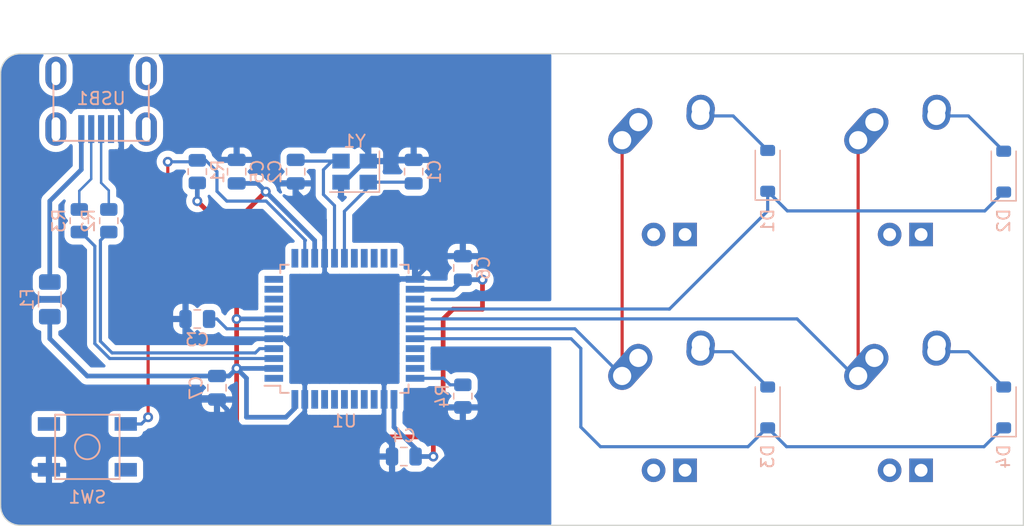
<source format=kicad_pcb>
(kicad_pcb (version 20221018) (generator pcbnew)
  (layers (0 "F.Cu" signal) (31 "B.Cu" signal) (34 "B.Paste" user) (35 "F.Paste" user) (36 "B.SilkS" user "B.Silkscreen") (37 "F.SilkS" user "F.Silkscreen") (38 "B.Mask" user) (39 "F.Mask" user) (44 "Edge.Cuts" user))
  (net 0 "")
  (net 1 "Net-(U1-XTAL1)")
  (net 2 "GND")
  (net 3 "Net-(U1-XTAL2)")
  (net 4 "Net-(U1-UCAP)")
  (net 5 "+5V")
  (net 6 "Net-(D1-A)")
  (net 7 "Net-(D2-A)")
  (net 8 "Net-(D3-A)")
  (net 9 "Net-(D4-A)")
  (net 10 "VCC")
  (net 11 "COL0")
  (net 12 "COL1")
  (net 13 "Net-(U1-~{RESET})")
  (net 14 "Net-(U1-D+)")
  (net 15 "Net-(U1-D-)")
  (net 16 "Net-(U1-~{HWB}{slash}PE2)")
  (net 41 "D+")
  (net 42 "D-")
  (net 43 "ROW0")
  (net 44 "ROW1")
  (footprint "MX_Alps_Hybrid:MX-1U" (layer "F.Cu") (at 111.91875 57.15)
    (fp_text reference "MX1")
    (fp_text value "MX-NoLED")
    (pad "" np_thru_hole circle (at -5.08 0 48.0996) (size 1.75 1.75) (drill 1.75) (layers "*.Cu" "*.Mask"))
    (pad "" np_thru_hole circle (at 0 0) (size 3.9878 3.9878) (drill 3.9878) (layers "*.Cu" "*.Mask"))
    (pad "" np_thru_hole circle (at 5.08 0 48.0996) (size 1.75 1.75) (drill 1.75) (layers "*.Cu" "*.Mask"))
    (pad "1" thru_hole oval (at -3.81 -2.54 48.0996) (size 4.211556 2.25) (drill 1.47 (offset 0.980778 0)) (layers "*.Cu" "B.Mask") (net 11 "COL0"))
    (pad "1" thru_hole circle (at -2.5 -4) (size 2.25 2.25) (drill 1.47) (layers "*.Cu" "B.Mask") (net 11 "COL0"))
    (pad "2" thru_hole oval (at 2.5 -4.5 86.0548) (size 2.831378 2.25) (drill 1.47 (offset 0.290689 0)) (layers "*.Cu" "B.Mask") (net 6 "Net-(D1-A)"))
    (pad "2" thru_hole circle (at 2.54 -5.08) (size 2.25 2.25) (drill 1.47) (layers "*.Cu" "B.Mask") (net 6 "Net-(D1-A)"))
    (pad "3" thru_hole circle (at -1.27 5.08) (size 1.905 1.905) (drill 1.04) (layers "*.Cu" "B.Mask"))
    (pad "4" thru_hole rect (at 1.27 5.08) (size 1.905 1.905) (drill 1.04) (layers "*.Cu" "B.Mask"))
  )
  (footprint "MX_Alps_Hybrid:MX-1U" (layer "F.Cu") (at 111.91875 76.2)
    (fp_text reference "MX3")
    (fp_text value "MX-NoLED")
    (pad "" np_thru_hole circle (at -5.08 0 48.0996) (size 1.75 1.75) (drill 1.75) (layers "*.Cu" "*.Mask"))
    (pad "" np_thru_hole circle (at 0 0) (size 3.9878 3.9878) (drill 3.9878) (layers "*.Cu" "*.Mask"))
    (pad "" np_thru_hole circle (at 5.08 0 48.0996) (size 1.75 1.75) (drill 1.75) (layers "*.Cu" "*.Mask"))
    (pad "1" thru_hole oval (at -3.81 -2.54 48.0996) (size 4.211556 2.25) (drill 1.47 (offset 0.980778 0)) (layers "*.Cu" "B.Mask") (net 11 "COL0"))
    (pad "1" thru_hole circle (at -2.5 -4) (size 2.25 2.25) (drill 1.47) (layers "*.Cu" "B.Mask") (net 11 "COL0"))
    (pad "2" thru_hole oval (at 2.5 -4.5 86.0548) (size 2.831378 2.25) (drill 1.47 (offset 0.290689 0)) (layers "*.Cu" "B.Mask") (net 8 "Net-(D3-A)"))
    (pad "2" thru_hole circle (at 2.54 -5.08) (size 2.25 2.25) (drill 1.47) (layers "*.Cu" "B.Mask") (net 8 "Net-(D3-A)"))
    (pad "3" thru_hole circle (at -1.27 5.08) (size 1.905 1.905) (drill 1.04) (layers "*.Cu" "B.Mask"))
    (pad "4" thru_hole rect (at 1.27 5.08) (size 1.905 1.905) (drill 1.04) (layers "*.Cu" "B.Mask"))
  )
  (footprint "MX_Alps_Hybrid:MX-1U" (layer "F.Cu") (at 130.96875 57.15)
    (fp_text reference "MX2")
    (fp_text value "MX-NoLED")
    (pad "" np_thru_hole circle (at -5.08 0 48.0996) (size 1.75 1.75) (drill 1.75) (layers "*.Cu" "*.Mask"))
    (pad "" np_thru_hole circle (at 0 0) (size 3.9878 3.9878) (drill 3.9878) (layers "*.Cu" "*.Mask"))
    (pad "" np_thru_hole circle (at 5.08 0 48.0996) (size 1.75 1.75) (drill 1.75) (layers "*.Cu" "*.Mask"))
    (pad "1" thru_hole oval (at -3.81 -2.54 48.0996) (size 4.211556 2.25) (drill 1.47 (offset 0.980778 0)) (layers "*.Cu" "B.Mask") (net 12 "COL1"))
    (pad "1" thru_hole circle (at -2.5 -4) (size 2.25 2.25) (drill 1.47) (layers "*.Cu" "B.Mask") (net 12 "COL1"))
    (pad "2" thru_hole oval (at 2.5 -4.5 86.0548) (size 2.831378 2.25) (drill 1.47 (offset 0.290689 0)) (layers "*.Cu" "B.Mask") (net 7 "Net-(D2-A)"))
    (pad "2" thru_hole circle (at 2.54 -5.08) (size 2.25 2.25) (drill 1.47) (layers "*.Cu" "B.Mask") (net 7 "Net-(D2-A)"))
    (pad "3" thru_hole circle (at -1.27 5.08) (size 1.905 1.905) (drill 1.04) (layers "*.Cu" "B.Mask"))
    (pad "4" thru_hole rect (at 1.27 5.08) (size 1.905 1.905) (drill 1.04) (layers "*.Cu" "B.Mask"))
  )
  (footprint "MX_Alps_Hybrid:MX-1U" (layer "F.Cu") (at 130.96875 76.2)
    (fp_text reference "MX4")
    (fp_text value "MX-NoLED")
    (pad "" np_thru_hole circle (at -5.08 0 48.0996) (size 1.75 1.75) (drill 1.75) (layers "*.Cu" "*.Mask"))
    (pad "" np_thru_hole circle (at 0 0) (size 3.9878 3.9878) (drill 3.9878) (layers "*.Cu" "*.Mask"))
    (pad "" np_thru_hole circle (at 5.08 0 48.0996) (size 1.75 1.75) (drill 1.75) (layers "*.Cu" "*.Mask"))
    (pad "1" thru_hole oval (at -3.81 -2.54 48.0996) (size 4.211556 2.25) (drill 1.47 (offset 0.980778 0)) (layers "*.Cu" "B.Mask") (net 12 "COL1"))
    (pad "1" thru_hole circle (at -2.5 -4) (size 2.25 2.25) (drill 1.47) (layers "*.Cu" "B.Mask") (net 12 "COL1"))
    (pad "2" thru_hole oval (at 2.5 -4.5 86.0548) (size 2.831378 2.25) (drill 1.47 (offset 0.290689 0)) (layers "*.Cu" "B.Mask") (net 9 "Net-(D4-A)"))
    (pad "2" thru_hole circle (at 2.54 -5.08) (size 2.25 2.25) (drill 1.47) (layers "*.Cu" "B.Mask") (net 9 "Net-(D4-A)"))
    (pad "3" thru_hole circle (at -1.27 5.08) (size 1.905 1.905) (drill 1.04) (layers "*.Cu" "B.Mask"))
    (pad "4" thru_hole rect (at 1.27 5.08) (size 1.905 1.905) (drill 1.04) (layers "*.Cu" "B.Mask"))
  )
  (footprint "Package_QFP:TQFP-44_10x10mm_P0.8mm" (layer "B.Cu") (at 85.69375 69.85)
    (fp_text reference "U1" (at 0 7.45) (layer "B.SilkS") (effects (justify mirror)))
    (fp_text value "ATmega32U4-A")
    (fp_line (start -5.175 -5.175) (end -5.175 -4.5) (stroke (width 0.15)) (layer "B.SilkS"))
    (fp_line (start -5.175 -5.175) (end -4.5 -5.175) (stroke (width 0.15)) (layer "B.SilkS"))
    (fp_line (start -5.175 4.6) (end -6.45 4.6) (stroke (width 0.15)) (layer "B.SilkS"))
    (fp_line (start -5.175 5.175) (end -5.175 4.6) (stroke (width 0.15)) (layer "B.SilkS"))
    (fp_line (start -5.175 5.175) (end -4.5 5.175) (stroke (width 0.15)) (layer "B.SilkS"))
    (fp_line (start 5.175 -5.175) (end 4.5 -5.175) (stroke (width 0.15)) (layer "B.SilkS"))
    (fp_line (start 5.175 -5.175) (end 5.175 -4.5) (stroke (width 0.15)) (layer "B.SilkS"))
    (fp_line (start 5.175 5.175) (end 4.5 5.175) (stroke (width 0.15)) (layer "B.SilkS"))
    (fp_line (start 5.175 5.175) (end 5.175 4.5) (stroke (width 0.15)) (layer "B.SilkS"))
    (pad "1" smd rect (at -5.7 4) (size 1.5 0.55) (layers "B.Cu" "B.Paste" "B.Mask"))
    (pad "2" smd rect (at -5.7 3.2) (size 1.5 0.55) (layers "B.Cu" "B.Paste" "B.Mask") (net 5 "+5V"))
    (pad "3" smd rect (at -5.7 2.4) (size 1.5 0.55) (layers "B.Cu" "B.Paste" "B.Mask") (net 15 "Net-(U1-D-)"))
    (pad "4" smd rect (at -5.7 1.6) (size 1.5 0.55) (layers "B.Cu" "B.Paste" "B.Mask") (net 14 "Net-(U1-D+)"))
    (pad "5" smd rect (at -5.7 0.8) (size 1.5 0.55) (layers "B.Cu" "B.Paste" "B.Mask") (net 2 "GND"))
    (pad "6" smd rect (at -5.7 0) (size 1.5 0.55) (layers "B.Cu" "B.Paste" "B.Mask") (net 4 "Net-(U1-UCAP)"))
    (pad "7" smd rect (at -5.7 -0.8) (size 1.5 0.55) (layers "B.Cu" "B.Paste" "B.Mask") (net 5 "+5V"))
    (pad "8" smd rect (at -5.7 -1.6) (size 1.5 0.55) (layers "B.Cu" "B.Paste" "B.Mask"))
    (pad "9" smd rect (at -5.7 -2.4) (size 1.5 0.55) (layers "B.Cu" "B.Paste" "B.Mask"))
    (pad "10" smd rect (at -5.7 -3.2) (size 1.5 0.55) (layers "B.Cu" "B.Paste" "B.Mask"))
    (pad "11" smd rect (at -5.7 -4) (size 1.5 0.55) (layers "B.Cu" "B.Paste" "B.Mask"))
    (pad "12" smd rect (at -4 -5.7 270) (size 1.5 0.55) (layers "B.Cu" "B.Paste" "B.Mask"))
    (pad "13" smd rect (at -3.2 -5.7 270) (size 1.5 0.55) (layers "B.Cu" "B.Paste" "B.Mask") (net 13 "Net-(U1-~{RESET})"))
    (pad "14" smd rect (at -2.4 -5.7 270) (size 1.5 0.55) (layers "B.Cu" "B.Paste" "B.Mask") (net 5 "+5V"))
    (pad "15" smd rect (at -1.6 -5.7 270) (size 1.5 0.55) (layers "B.Cu" "B.Paste" "B.Mask") (net 2 "GND"))
    (pad "16" smd rect (at -0.8 -5.7 270) (size 1.5 0.55) (layers "B.Cu" "B.Paste" "B.Mask") (net 3 "Net-(U1-XTAL2)"))
    (pad "17" smd rect (at 0 -5.7 270) (size 1.5 0.55) (layers "B.Cu" "B.Paste" "B.Mask") (net 1 "Net-(U1-XTAL1)"))
    (pad "18" smd rect (at 0.8 -5.7 270) (size 1.5 0.55) (layers "B.Cu" "B.Paste" "B.Mask"))
    (pad "19" smd rect (at 1.6 -5.7 270) (size 1.5 0.55) (layers "B.Cu" "B.Paste" "B.Mask"))
    (pad "20" smd rect (at 2.4 -5.7 270) (size 1.5 0.55) (layers "B.Cu" "B.Paste" "B.Mask"))
    (pad "21" smd rect (at 3.2 -5.7 270) (size 1.5 0.55) (layers "B.Cu" "B.Paste" "B.Mask"))
    (pad "22" smd rect (at 4 -5.7 270) (size 1.5 0.55) (layers "B.Cu" "B.Paste" "B.Mask"))
    (pad "23" smd rect (at 5.7 -4) (size 1.5 0.55) (layers "B.Cu" "B.Paste" "B.Mask") (net 2 "GND"))
    (pad "24" smd rect (at 5.7 -3.2) (size 1.5 0.55) (layers "B.Cu" "B.Paste" "B.Mask") (net 5 "+5V"))
    (pad "25" smd rect (at 5.7 -2.4) (size 1.5 0.55) (layers "B.Cu" "B.Paste" "B.Mask"))
    (pad "26" smd rect (at 5.7 -1.6) (size 1.5 0.55) (layers "B.Cu" "B.Paste" "B.Mask") (net 43 "ROW0"))
    (pad "27" smd rect (at 5.7 -0.8) (size 1.5 0.55) (layers "B.Cu" "B.Paste" "B.Mask") (net 12 "COL1"))
    (pad "28" smd rect (at 5.7 0) (size 1.5 0.55) (layers "B.Cu" "B.Paste" "B.Mask") (net 11 "COL0"))
    (pad "29" smd rect (at 5.7 0.8) (size 1.5 0.55) (layers "B.Cu" "B.Paste" "B.Mask") (net 44 "ROW1"))
    (pad "30" smd rect (at 5.7 1.6) (size 1.5 0.55) (layers "B.Cu" "B.Paste" "B.Mask"))
    (pad "31" smd rect (at 5.7 2.4) (size 1.5 0.55) (layers "B.Cu" "B.Paste" "B.Mask"))
    (pad "32" smd rect (at 5.7 3.2) (size 1.5 0.55) (layers "B.Cu" "B.Paste" "B.Mask"))
    (pad "33" smd rect (at 5.7 4) (size 1.5 0.55) (layers "B.Cu" "B.Paste" "B.Mask") (net 16 "Net-(U1-~{HWB}{slash}PE2)"))
    (pad "34" smd rect (at 4 5.7 270) (size 1.5 0.55) (layers "B.Cu" "B.Paste" "B.Mask") (net 5 "+5V"))
    (pad "35" smd rect (at 3.2 5.7 270) (size 1.5 0.55) (layers "B.Cu" "B.Paste" "B.Mask") (net 2 "GND"))
    (pad "36" smd rect (at 2.4 5.7 270) (size 1.5 0.55) (layers "B.Cu" "B.Paste" "B.Mask"))
    (pad "37" smd rect (at 1.6 5.7 270) (size 1.5 0.55) (layers "B.Cu" "B.Paste" "B.Mask"))
    (pad "38" smd rect (at 0.8 5.7 270) (size 1.5 0.55) (layers "B.Cu" "B.Paste" "B.Mask"))
    (pad "39" smd rect (at 0 5.7 270) (size 1.5 0.55) (layers "B.Cu" "B.Paste" "B.Mask"))
    (pad "40" smd rect (at -0.8 5.7 270) (size 1.5 0.55) (layers "B.Cu" "B.Paste" "B.Mask"))
    (pad "41" smd rect (at -1.6 5.7 270) (size 1.5 0.55) (layers "B.Cu" "B.Paste" "B.Mask"))
    (pad "42" smd rect (at -2.4 5.7 270) (size 1.5 0.55) (layers "B.Cu" "B.Paste" "B.Mask"))
    (pad "43" smd rect (at -3.2 5.7 270) (size 1.5 0.55) (layers "B.Cu" "B.Paste" "B.Mask") (net 2 "GND"))
    (pad "44" smd rect (at -4 5.7 270) (size 1.5 0.55) (layers "B.Cu" "B.Paste" "B.Mask") (net 5 "+5V"))
  )
  (footprint "random-keyboard-parts:SKQG-1155865" (layer "B.Cu") (at 64.94375 79.3875 180)
    (fp_text reference "SW1" (at 0 -4.064) (layer "B.SilkS") (effects (justify mirror)))
    (fp_text value "SW_Push")
    (fp_line (start -2.6 -2.6) (end -2.6 2.6) (stroke (width 0.15)) (layer "B.SilkS"))
    (fp_line (start -2.6 2.6) (end 2.6 2.6) (stroke (width 0.15)) (layer "B.SilkS"))
    (fp_line (start 2.6 -2.6) (end -2.6 -2.6) (stroke (width 0.15)) (layer "B.SilkS"))
    (fp_line (start 2.6 2.6) (end 2.6 -2.6) (stroke (width 0.15)) (layer "B.SilkS"))
    (fp_circle (center 0 0) (end 1 0) (stroke (width 0.15)) (fill none) (layer "B.SilkS"))
    (pad "1" smd rect (at 3.1 -1.85 180) (size 1.8 1.1) (layers "B.Cu" "B.Paste" "B.Mask") (net 2 "GND"))
    (pad "2" smd rect (at -3.1 1.85 180) (size 1.8 1.1) (layers "B.Cu" "B.Paste" "B.Mask") (net 13 "Net-(U1-~{RESET})"))
    (pad "3" smd rect (at 3.1 1.85 180) (size 1.8 1.1) (layers "B.Cu" "B.Paste" "B.Mask"))
    (pad "4" smd rect (at -3.1 -1.85 180) (size 1.8 1.1) (layers "B.Cu" "B.Paste" "B.Mask"))
  )
  (footprint "Diode_SMD:D_SOD-123" (layer "B.Cu") (at 138.90625 76.2 90)
    (fp_text reference "D4" (at -3.96875 0 90) (layer "B.SilkS") (effects (justify mirror)))
    (fp_text value "SOD-123")
    (fp_line (start -2.36 -1) (end 1.65 -1) (stroke (width 0.12)) (layer "B.SilkS"))
    (fp_line (start -2.36 1) (end -2.36 -1) (stroke (width 0.12)) (layer "B.SilkS"))
    (fp_line (start -2.36 1) (end 1.65 1) (stroke (width 0.12)) (layer "B.SilkS"))
    (pad "1" smd roundrect (at -1.65 0 90) (size 0.9 1.2) (layers "B.Cu" "B.Paste" "B.Mask") (net 44 "ROW1"))
    (pad "2" smd roundrect (at 1.65 0 90) (size 0.9 1.2) (layers "B.Cu" "B.Paste" "B.Mask") (net 9 "Net-(D4-A)"))
  )
  (footprint "Capacitor_SMD:C_0805_2012Metric" (layer "B.Cu") (at 95.25 64.93125 90)
    (fp_text reference "C6" (at 0 1.68 90) (layer "B.SilkS") (effects (justify mirror)))
    (fp_text value "0.1uF")
    (fp_line (start -0.261252 -0.735) (end 0.261252 -0.735) (stroke (width 0.12)) (layer "B.SilkS"))
    (fp_line (start -0.261252 0.735) (end 0.261252 0.735) (stroke (width 0.12)) (layer "B.SilkS"))
    (pad "1" smd roundrect (at -0.95 0 90) (size 1 1.45) (layers "B.Cu" "B.Paste" "B.Mask") (net 5 "+5V"))
    (pad "2" smd roundrect (at 0.95 0 90) (size 1 1.45) (layers "B.Cu" "B.Paste" "B.Mask") (net 2 "GND"))
  )
  (footprint "Resistor_SMD:R_0805_2012Metric" (layer "B.Cu") (at 73.81875 57.15 90)
    (fp_text reference "R1" (at 0 1.65 -270) (layer "B.SilkS") (effects (justify mirror)))
    (fp_text value "10k")
    (fp_line (start -0.227064 -0.735) (end 0.227064 -0.735) (stroke (width 0.12)) (layer "B.SilkS"))
    (fp_line (start -0.227064 0.735) (end 0.227064 0.735) (stroke (width 0.12)) (layer "B.SilkS"))
    (pad "1" smd roundrect (at -0.9125 0 90) (size 1.025 1.4) (layers "B.Cu" "B.Paste" "B.Mask") (roundrect_rratio 0.243902) (net 5 "+5V"))
    (pad "2" smd roundrect (at 0.9125 0 90) (size 1.025 1.4) (layers "B.Cu" "B.Paste" "B.Mask") (roundrect_rratio 0.243902) (net 13 "Net-(U1-~{RESET})"))
  )
  (footprint "Diode_SMD:D_SOD-123" (layer "B.Cu") (at 119.85625 76.2 90)
    (fp_text reference "D3" (at -3.96875 0 90) (layer "B.SilkS") (effects (justify mirror)))
    (fp_text value "SOD-123")
    (fp_line (start -2.36 -1) (end 1.65 -1) (stroke (width 0.12)) (layer "B.SilkS"))
    (fp_line (start -2.36 1) (end -2.36 -1) (stroke (width 0.12)) (layer "B.SilkS"))
    (fp_line (start -2.36 1) (end 1.65 1) (stroke (width 0.12)) (layer "B.SilkS"))
    (pad "1" smd roundrect (at -1.65 0 90) (size 0.9 1.2) (layers "B.Cu" "B.Paste" "B.Mask") (net 44 "ROW1"))
    (pad "2" smd roundrect (at 1.65 0 90) (size 0.9 1.2) (layers "B.Cu" "B.Paste" "B.Mask") (net 8 "Net-(D3-A)"))
  )
  (footprint "Diode_SMD:D_SOD-123" (layer "B.Cu") (at 138.90625 57.15 90)
    (fp_text reference "D2" (at -3.96875 0 90) (layer "B.SilkS") (effects (justify mirror)))
    (fp_text value "SOD-123")
    (fp_line (start -2.36 -1) (end 1.65 -1) (stroke (width 0.12)) (layer "B.SilkS"))
    (fp_line (start -2.36 1) (end -2.36 -1) (stroke (width 0.12)) (layer "B.SilkS"))
    (fp_line (start -2.36 1) (end 1.65 1) (stroke (width 0.12)) (layer "B.SilkS"))
    (pad "1" smd roundrect (at -1.65 0 90) (size 0.9 1.2) (layers "B.Cu" "B.Paste" "B.Mask") (net 43 "ROW0"))
    (pad "2" smd roundrect (at 1.65 0 90) (size 0.9 1.2) (layers "B.Cu" "B.Paste" "B.Mask") (net 7 "Net-(D2-A)"))
  )
  (footprint "Resistor_SMD:R_0805_2012Metric" (layer "B.Cu") (at 95.25 75.2875 -90)
    (fp_text reference "R4" (at 0 1.65 90) (layer "B.SilkS") (effects (justify mirror)))
    (fp_text value "10k")
    (fp_line (start -0.227064 -0.735) (end 0.227064 -0.735) (stroke (width 0.12)) (layer "B.SilkS"))
    (fp_line (start -0.227064 0.735) (end 0.227064 0.735) (stroke (width 0.12)) (layer "B.SilkS"))
    (pad "1" smd roundrect (at -0.9125 0 270) (size 1.025 1.4) (layers "B.Cu" "B.Paste" "B.Mask") (roundrect_rratio 0.243902) (net 16 "Net-(U1-~{HWB}{slash}PE2)"))
    (pad "2" smd roundrect (at 0.9125 0 270) (size 1.025 1.4) (layers "B.Cu" "B.Paste" "B.Mask") (roundrect_rratio 0.243902) (net 2 "GND"))
  )
  (footprint "Resistor_SMD:R_0805_2012Metric" (layer "B.Cu") (at 66.675 61.11875 -90)
    (fp_text reference "R2" (at 0 1.65 90) (layer "B.SilkS") (effects (justify mirror)))
    (fp_text value "22")
    (fp_line (start -0.227064 -0.735) (end 0.227064 -0.735) (stroke (width 0.12)) (layer "B.SilkS"))
    (fp_line (start -0.227064 0.735) (end 0.227064 0.735) (stroke (width 0.12)) (layer "B.SilkS"))
    (pad "1" smd roundrect (at -0.9125 0 270) (size 1.025 1.4) (layers "B.Cu" "B.Paste" "B.Mask") (roundrect_rratio 0.243902) (net 41 "D+"))
    (pad "2" smd roundrect (at 0.9125 0 270) (size 1.025 1.4) (layers "B.Cu" "B.Paste" "B.Mask") (roundrect_rratio 0.243902) (net 14 "Net-(U1-D+)"))
  )
  (footprint "Crystal:Crystal_SMD_3225-4Pin_3.2x2.5mm" (layer "B.Cu") (at 86.51875 57.15 180)
    (fp_text reference "Y1" (at 0 2.45) (layer "B.SilkS") (effects (justify mirror)))
    (fp_text value "16MHz")
    (fp_line (start -2 -1.65) (end 2 -1.65) (stroke (width 0.12)) (layer "B.SilkS"))
    (fp_line (start -2 1.65) (end -2 -1.65) (stroke (width 0.12)) (layer "B.SilkS"))
    (pad "1" smd rect (at -1.1 -0.85 180) (size 1.4 1.2) (layers "B.Cu" "B.Paste" "B.Mask") (net 1 "Net-(U1-XTAL1)"))
    (pad "2" smd rect (at 1.1 -0.85 180) (size 1.4 1.2) (layers "B.Cu" "B.Paste" "B.Mask") (net 2 "GND"))
    (pad "3" smd rect (at 1.1 0.85 180) (size 1.4 1.2) (layers "B.Cu" "B.Paste" "B.Mask") (net 3 "Net-(U1-XTAL2)"))
    (pad "4" smd rect (at -1.1 0.85 180) (size 1.4 1.2) (layers "B.Cu" "B.Paste" "B.Mask") (net 2 "GND"))
  )
  (footprint "Capacitor_SMD:C_0805_2012Metric" (layer "B.Cu") (at 76.99375 57.15 90)
    (fp_text reference "C5" (at 0 1.68 90) (layer "B.SilkS") (effects (justify mirror)))
    (fp_text value "0.1uF")
    (fp_line (start -0.261252 -0.735) (end 0.261252 -0.735) (stroke (width 0.12)) (layer "B.SilkS"))
    (fp_line (start -0.261252 0.735) (end 0.261252 0.735) (stroke (width 0.12)) (layer "B.SilkS"))
    (pad "1" smd roundrect (at -0.95 0 90) (size 1 1.45) (layers "B.Cu" "B.Paste" "B.Mask") (net 5 "+5V"))
    (pad "2" smd roundrect (at 0.95 0 90) (size 1 1.45) (layers "B.Cu" "B.Paste" "B.Mask") (net 2 "GND"))
  )
  (footprint "Capacitor_SMD:C_0805_2012Metric" (layer "B.Cu") (at 73.81875 69.05625)
    (fp_text reference "C3" (at 0 1.68) (layer "B.SilkS") (effects (justify mirror)))
    (fp_text value "1uF")
    (fp_line (start -0.261252 -0.735) (end 0.261252 -0.735) (stroke (width 0.12)) (layer "B.SilkS"))
    (fp_line (start -0.261252 0.735) (end 0.261252 0.735) (stroke (width 0.12)) (layer "B.SilkS"))
    (pad "1" smd roundrect (at -0.95 0) (size 1 1.45) (layers "B.Cu" "B.Paste" "B.Mask") (net 2 "GND"))
    (pad "2" smd roundrect (at 0.95 0) (size 1 1.45) (layers "B.Cu" "B.Paste" "B.Mask") (net 4 "Net-(U1-UCAP)"))
  )
  (footprint "Diode_SMD:D_SOD-123" (layer "B.Cu") (at 119.85625 57.0875 90)
    (fp_text reference "D1" (at -4.03125 0 90) (layer "B.SilkS") (effects (justify mirror)))
    (fp_text value "SOD-123")
    (fp_line (start -2.36 -1) (end 1.65 -1) (stroke (width 0.12)) (layer "B.SilkS"))
    (fp_line (start -2.36 1) (end -2.36 -1) (stroke (width 0.12)) (layer "B.SilkS"))
    (fp_line (start -2.36 1) (end 1.65 1) (stroke (width 0.12)) (layer "B.SilkS"))
    (pad "1" smd roundrect (at -1.65 0 90) (size 0.9 1.2) (layers "B.Cu" "B.Paste" "B.Mask") (net 43 "ROW0"))
    (pad "2" smd roundrect (at 1.65 0 90) (size 0.9 1.2) (layers "B.Cu" "B.Paste" "B.Mask") (net 6 "Net-(D1-A)"))
  )
  (footprint "Fuse:Fuse_1206_3216Metric" (layer "B.Cu") (at 61.9125 67.46875 -90)
    (fp_text reference "F1" (at 0 1.82 90) (layer "B.SilkS") (effects (justify mirror)))
    (fp_text value "500mA")
    (fp_line (start -0.602064 -0.91) (end 0.602064 -0.91) (stroke (width 0.12)) (layer "B.SilkS"))
    (fp_line (start -0.602064 0.91) (end 0.602064 0.91) (stroke (width 0.12)) (layer "B.SilkS"))
    (pad "1" smd roundrect (at -1.4 0 270) (size 1.25 1.75) (layers "B.Cu" "B.Paste" "B.Mask") (roundrect_rratio 0.2) (net 10 "VCC"))
    (pad "2" smd roundrect (at 1.4 0 270) (size 1.25 1.75) (layers "B.Cu" "B.Paste" "B.Mask") (roundrect_rratio 0.2) (net 5 "+5V"))
  )
  (footprint "Capacitor_SMD:C_0805_2012Metric" (layer "B.Cu") (at 90.4875 80.16875 180)
    (fp_text reference "C4" (at 0 1.68) (layer "B.SilkS") (effects (justify mirror)))
    (fp_text value "0.1uF")
    (fp_line (start -0.261252 -0.735) (end 0.261252 -0.735) (stroke (width 0.12)) (layer "B.SilkS"))
    (fp_line (start -0.261252 0.735) (end 0.261252 0.735) (stroke (width 0.12)) (layer "B.SilkS"))
    (pad "1" smd roundrect (at -0.95 0 180) (size 1 1.45) (layers "B.Cu" "B.Paste" "B.Mask") (net 5 "+5V"))
    (pad "2" smd roundrect (at 0.95 0 180) (size 1 1.45) (layers "B.Cu" "B.Paste" "B.Mask") (net 2 "GND"))
  )
  (footprint "Capacitor_SMD:C_0805_2012Metric" (layer "B.Cu") (at 81.75625 57.15 -90)
    (fp_text reference "C2" (at 0 1.68 90) (layer "B.SilkS") (effects (justify mirror)))
    (fp_text value "22pF")
    (fp_line (start -0.261252 -0.735) (end 0.261252 -0.735) (stroke (width 0.12)) (layer "B.SilkS"))
    (fp_line (start -0.261252 0.735) (end 0.261252 0.735) (stroke (width 0.12)) (layer "B.SilkS"))
    (pad "1" smd roundrect (at -0.95 0 270) (size 1 1.45) (layers "B.Cu" "B.Paste" "B.Mask") (net 3 "Net-(U1-XTAL2)"))
    (pad "2" smd roundrect (at 0.95 0 270) (size 1 1.45) (layers "B.Cu" "B.Paste" "B.Mask") (net 2 "GND"))
  )
  (footprint "Resistor_SMD:R_0805_2012Metric" (layer "B.Cu") (at 64.29375 61.11875 -90)
    (fp_text reference "R3" (at 0 1.65 90) (layer "B.SilkS") (effects (justify mirror)))
    (fp_text value "22")
    (fp_line (start -0.227064 -0.735) (end 0.227064 -0.735) (stroke (width 0.12)) (layer "B.SilkS"))
    (fp_line (start -0.227064 0.735) (end 0.227064 0.735) (stroke (width 0.12)) (layer "B.SilkS"))
    (pad "1" smd roundrect (at -0.9125 0 270) (size 1.025 1.4) (layers "B.Cu" "B.Paste" "B.Mask") (roundrect_rratio 0.243902) (net 42 "D-"))
    (pad "2" smd roundrect (at 0.9125 0 270) (size 1.025 1.4) (layers "B.Cu" "B.Paste" "B.Mask") (roundrect_rratio 0.243902) (net 15 "Net-(U1-D-)"))
  )
  (footprint "Capacitor_SMD:C_0805_2012Metric" (layer "B.Cu") (at 75.40625 74.6125 -90)
    (fp_text reference "C7" (at 0 1.68 90) (layer "B.SilkS") (effects (justify mirror)))
    (fp_text value "10uF")
    (fp_line (start -0.261252 -0.735) (end 0.261252 -0.735) (stroke (width 0.12)) (layer "B.SilkS"))
    (fp_line (start -0.261252 0.735) (end 0.261252 0.735) (stroke (width 0.12)) (layer "B.SilkS"))
    (pad "1" smd roundrect (at -0.95 0 270) (size 1 1.45) (layers "B.Cu" "B.Paste" "B.Mask") (net 5 "+5V"))
    (pad "2" smd roundrect (at 0.95 0 270) (size 1 1.45) (layers "B.Cu" "B.Paste" "B.Mask") (net 2 "GND"))
  )
  (footprint "Capacitor_SMD:C_0805_2012Metric" (layer "B.Cu") (at 91.28125 57.15 90)
    (fp_text reference "C1" (at 0 1.68 90) (layer "B.SilkS") (effects (justify mirror)))
    (fp_text value "22pF")
    (fp_line (start -0.261252 -0.735) (end 0.261252 -0.735) (stroke (width 0.12)) (layer "B.SilkS"))
    (fp_line (start -0.261252 0.735) (end 0.261252 0.735) (stroke (width 0.12)) (layer "B.SilkS"))
    (pad "1" smd roundrect (at -0.95 0 90) (size 1 1.45) (layers "B.Cu" "B.Paste" "B.Mask") (net 1 "Net-(U1-XTAL1)"))
    (pad "2" smd roundrect (at 0.95 0 90) (size 1 1.45) (layers "B.Cu" "B.Paste" "B.Mask") (net 2 "GND"))
  )
  (footprint "random-keyboard-parts:Molex-0548190589" (layer "B.Cu") (at 66.05625 49.2125 -90)
    (fp_text reference "USB1" (at 2.032 0 -360) (layer "B.SilkS") (effects (justify mirror)))
    (fp_text value "Molex-0548190589")
    (fp_line (start 0 -3.85) (end 5.45 -3.85) (stroke (width 0.15)) (layer "B.SilkS"))
    (fp_line (start 0 3.85) (end 5.45 3.85) (stroke (width 0.15)) (layer "B.SilkS"))
    (fp_line (start 5.45 3.85) (end 5.45 -3.85) (stroke (width 0.15)) (layer "B.SilkS"))
    (pad "1" smd rect (at 4.5 -1.6 270) (size 2.25 0.5) (layers "B.Cu" "B.Paste" "B.Mask") (net 2 "GND"))
    (pad "2" smd rect (at 4.5 -0.8 270) (size 2.25 0.5) (layers "B.Cu" "B.Paste" "B.Mask"))
    (pad "3" smd rect (at 4.5 0 270) (size 2.25 0.5) (layers "B.Cu" "B.Paste" "B.Mask") (net 41 "D+"))
    (pad "4" smd rect (at 4.5 0.8 270) (size 2.25 0.5) (layers "B.Cu" "B.Paste" "B.Mask") (net 42 "D-"))
    (pad "5" smd rect (at 4.5 1.6 270) (size 2.25 0.5) (layers "B.Cu" "B.Paste" "B.Mask") (net 10 "VCC"))
    (pad "6" thru_hole oval (at 0 -3.65 270) (size 2.7 1.7) (drill oval 1.9 0.7) (layers "*.Cu" "*.Mask"))
    (pad "6" thru_hole oval (at 0 3.65 270) (size 2.7 1.7) (drill oval 1.9 0.7) (layers "*.Cu" "*.Mask"))
    (pad "6" thru_hole oval (at 4.5 -3.65 270) (size 2.7 1.7) (drill oval 1.9 0.7) (layers "*.Cu" "*.Mask"))
    (pad "6" thru_hole oval (at 4.5 3.65 270) (size 2.7 1.7) (drill oval 1.9 0.7) (layers "*.Cu" "*.Mask"))
  )
  (gr_line (start 140.49375 47.625) (end 59.53125 47.625) (stroke (width 0.1)) (layer "Edge.Cuts"))
  (gr_arc (start 59.53125 85.725) (mid 58.408718 85.260032) (end 57.94375 84.1375) (stroke (width 0.1)) (layer "Edge.Cuts"))
  (gr_line (start 140.49375 85.725) (end 140.49375 47.625) (stroke (width 0.1)) (layer "Edge.Cuts"))
  (gr_arc (start 57.94375 49.2125) (mid 58.408718 48.089968) (end 59.53125 47.625) (stroke (width 0.1)) (layer "Edge.Cuts"))
  (gr_line (start 140.49375 85.725) (end 59.53125 85.725) (stroke (width 0.1)) (layer "Edge.Cuts"))
  (gr_line (start 57.94375 49.2125) (end 57.94375 84.1375) (stroke (width 0.1)) (layer "Edge.Cuts"))
  (segment (start 85.69375 60.35625) (end 85.69375 64.15) (width 0.254) (layer "B.Cu") (net 1))
  (segment (start 91.18125 58) (end 91.28125 58.1) (width 0.254) (layer "B.Cu") (net 1))
  (segment (start 87.61875 58) (end 91.18125 58) (width 0.254) (layer "B.Cu") (net 1))
  (segment (start 87.61875 58) (end 87.61875 58.43125) (width 0.254) (layer "B.Cu") (net 1))
  (segment (start 87.61875 58.43125) (end 85.69375 60.35625) (width 0.254) (layer "B.Cu") (net 1))
  (segment (start 67.65625 53.7125) (end 67.65625 58.13125) (width 0.381) (layer "B.Cu") (net 2))
  (segment (start 88.9 73.81875) (end 88.89375 73.825) (width 0.381) (layer "B.Cu") (net 2))
  (segment (start 89.5375 79.21875) (end 88.89375 78.575) (width 0.381) (layer "B.Cu") (net 2))
  (segment (start 91.18125 56.3) (end 91.28125 56.2) (width 0.381) (layer "B.Cu") (net 2))
  (segment (start 80 57.5) (end 80 55.5) (width 0.381) (layer "B.Cu") (net 2))
  (segment (start 72.86875 69.7) (end 73.81875 70.65) (width 0.381) (layer "B.Cu") (net 2))
  (segment (start 82.49375 76.556) (end 82.49375 75.55) (width 0.381) (layer "B.Cu") (net 2))
  (segment (start 84.09375 64.15) (end 84.09375 65.281) (width 0.381) (layer "B.Cu") (net 2))
  (segment (start 80.85625 70.65) (end 82.49375 72.2875) (width 0.381) (layer "B.Cu") (net 2))
  (segment (start 76.99375 56.2) (end 79.3 56.2) (width 0.381) (layer "B.Cu") (net 2))
  (segment (start 87.3125 72.23125) (end 82.55 72.23125) (width 0.381) (layer "B.Cu") (net 2))
  (segment (start 73.81875 70.65) (end 79.99375 70.65) (width 0.381) (layer "B.Cu") (net 2))
  (segment (start 79.3 56.2) (end 80 55.5) (width 0.381) (layer "B.Cu") (net 2))
  (segment (start 59.53125 80.16875) (end 59.53125 76.99375) (width 0.381) (layer "B.Cu") (net 2))
  (segment (start 59.53125 76.99375) (end 61.11875 75.40625) (width 0.381) (layer "B.Cu") (net 2))
  (segment (start 72.86875 69.05625) (end 72.86875 69.7) (width 0.381) (layer "B.Cu") (net 2))
  (segment (start 84.09375 61.9125) (end 84.09375 62.70625) (width 0.381) (layer "B.Cu") (net 2))
  (segment (start 89.5375 80.16875) (end 89.5375 79.21875) (width 0.381) (layer "B.Cu") (net 2))
  (segment (start 91.761686 82.39375) (end 95.25 78.905436) (width 0.381) (layer "B.Cu") (net 2))
  (segment (start 68.2625 58.7375) (end 67.65625 58.13125) (width 0.381) (layer "B.Cu") (net 2))
  (segment (start 87 55) (end 87.61875 55.61875) (width 0.381) (layer "B.Cu") (net 2))
  (segment (start 61.11875 75.40625) (end 75.25 75.40625) (width 0.381) (layer "B.Cu") (net 2))
  (segment (start 95.25 63.98125) (end 93.18125 63.98125) (width 0.381) (layer "B.Cu") (net 2))
  (segment (start 75.25 75.40625) (end 75.40625 75.5625) (width 0.381) (layer "B.Cu") (net 2))
  (segment (start 87.3125 65.85) (end 87.3125 72.23125) (width 0.381) (layer "B.Cu") (net 2))
  (segment (start 76.2 76.35625) (end 76.2 77.7875) (width 0.381) (layer "B.Cu") (net 2))
  (segment (start 87.61875 55.61875) (end 87.61875 56.3) (width 0.381) (layer "B.Cu") (net 2))
  (segment (start 84.09375 61.075) (end 84.09375 61.9125) (width 0.381) (layer "B.Cu") (net 2))
  (segment (start 68.2625 69.85) (end 68.2625 58.7375) (width 0.381) (layer "B.Cu") (net 2))
  (segment (start 84.09375 62.70625) (end 84.09375 64.15) (width 0.381) (layer "B.Cu") (net 2))
  (segment (start 88.89375 78.575) (end 88.89375 75.55) (width 0.381) (layer "B.Cu") (net 2))
  (segment (start 84.09375 65.281) (end 84.66275 65.85) (width 0.381) (layer "B.Cu") (net 2))
  (segment (start 76.2 77.7875) (end 81.26225 77.7875) (width 0.381) (layer "B.Cu") (net 2))
  (segment (start 85.41875 58) (end 85.66875 58) (width 0.381) (layer "B.Cu") (net 2))
  (segment (start 60.6 81.2375) (end 59.53125 80.16875) (width 0.381) (layer "B.Cu") (net 2))
  (segment (start 81.75625 58.7375) (end 84.09375 61.075) (width 0.381) (layer "B.Cu") (net 2))
  (segment (start 82.49375 72.2875) (end 82.49375 75.55) (width 0.381) (layer "B.Cu") (net 2))
  (segment (start 81.75625 58.1) (end 80.6 58.1) (width 0.381) (layer "B.Cu") (net 2))
  (segment (start 81.26225 77.7875) (end 82.49375 76.556) (width 0.381) (layer "B.Cu") (net 2))
  (segment (start 89.5375 82.39375) (end 91.761686 82.39375) (width 0.381) (layer "B.Cu") (net 2))
  (segment (start 93.18125 63.98125) (end 91.39375 65.76875) (width 0.381) (layer "B.Cu") (net 2))
  (segment (start 80.6 58.1) (end 80 57.5) (width 0.381) (layer "B.Cu") (net 2))
  (segment (start 79.99375 70.65) (end 80.85625 70.65) (width 0.381) (layer "B.Cu") (net 2))
  (segment (start 88.89375 73.825) (end 88.89375 75.55) (width 0.381) (layer "B.Cu") (net 2))
  (segment (start 81.75625 58.1) (end 81.75625 58.7375) (width 0.381) (layer "B.Cu") (net 2))
  (segment (start 75.40625 75.5625) (end 76.2 76.35625) (width 0.381) (layer "B.Cu") (net 2))
  (segment (start 87.3125 72.23125) (end 88.9 73.81875) (width 0.381) (layer "B.Cu") (net 2))
  (segment (start 87.36875 56.3) (end 87.61875 56.3) (width 0.381) (layer "B.Cu") (net 2))
  (segment (start 61.84375 81.2375) (end 60.6 81.2375) (width 0.381) (layer "B.Cu") (net 2))
  (segment (start 89.5375 80.16875) (end 89.5375 82.39375) (width 0.381) (layer "B.Cu") (net 2))
  (segment (start 91.39375 65.76875) (end 91.39375 65.85) (width 0.381) (layer "B.Cu") (net 2))
  (segment (start 95.25 78.905436) (end 95.25 76.2) (width 0.381) (layer "B.Cu") (net 2))
  (segment (start 84.66275 65.85) (end 84.93125 65.85) (width 0.381) (layer "B.Cu") (net 2))
  (segment (start 87.3125 65.85) (end 91.39375 65.85) (width 0.381) (layer "B.Cu") (net 2))
  (segment (start 80.5 55) (end 87 55) (width 0.381) (layer "B.Cu") (net 2))
  (segment (start 69.0625 70.65) (end 68.2625 69.85) (width 0.381) (layer "B.Cu") (net 2))
  (segment (start 84.93125 65.85) (end 87.3125 65.85) (width 0.381) (layer "B.Cu") (net 2))
  (segment (start 80 55.5) (end 80.5 55) (width 0.381) (layer "B.Cu") (net 2))
  (segment (start 87.61875 56.3) (end 91.18125 56.3) (width 0.381) (layer "B.Cu") (net 2))
  (segment (start 73.81875 70.65) (end 69.0625 70.65) (width 0.381) (layer "B.Cu") (net 2))
  (segment (start 82.55 72.23125) (end 82.49375 72.2875) (width 0.381) (layer "B.Cu") (net 2))
  (segment (start 85.66875 58) (end 87.36875 56.3) (width 0.381) (layer "B.Cu") (net 2))
  (segment (start 84.7 56.3) (end 84 57) (width 0.254) (layer "B.Cu") (net 3))
  (segment (start 84 57) (end 84 59) (width 0.254) (layer "B.Cu") (net 3))
  (segment (start 81.75625 56.2) (end 81.85625 56.3) (width 0.254) (layer "B.Cu") (net 3))
  (segment (start 84 59) (end 84.89375 59.89375) (width 0.254) (layer "B.Cu") (net 3))
  (segment (start 85.41875 56.3) (end 84.7 56.3) (width 0.254) (layer "B.Cu") (net 3))
  (segment (start 81.85625 56.3) (end 85.41875 56.3) (width 0.254) (layer "B.Cu") (net 3))
  (segment (start 84.89375 59.89375) (end 84.89375 64.15) (width 0.254) (layer "B.Cu") (net 3))
  (segment (start 74.76875 69.05625) (end 75.40625 69.05625) (width 0.254) (layer "B.Cu") (net 4))
  (segment (start 76.2 69.85) (end 79.99375 69.85) (width 0.254) (layer "B.Cu") (net 4))
  (segment (start 75.40625 69.05625) (end 76.2 69.85) (width 0.254) (layer "B.Cu") (net 4))
  (segment (start 76.99375 75.40625) (end 76.99375 77.7875) (width 0.381) (layer "F.Cu") (net 5))
  (segment (start 92.86875 80.16875) (end 92.86875 78.58125) (width 0.381) (layer "F.Cu") (net 5))
  (segment (start 76.99375 61.11875) (end 79.344053 58.768447) (width 0.381) (layer "F.Cu") (net 5))
  (segment (start 76.99375 77.7875) (end 77.7875 78.58125) (width 0.381) (layer "F.Cu") (net 5))
  (segment (start 76.99375 69.05625) (end 76.99375 75.40625) (width 0.381) (layer "F.Cu") (net 5))
  (segment (start 76.99375 62.70625) (end 76.99375 69.05625) (width 0.381) (layer "F.Cu") (net 5))
  (segment (start 75.40625 61.11875) (end 76.99375 62.70625) (width 0.381) (layer "F.Cu") (net 5))
  (segment (start 93.6625 77.7875) (end 93.6625 69.05625) (width 0.381) (layer "F.Cu") (net 5))
  (segment (start 93.6625 69.05625) (end 94.45625 68.2625) (width 0.381) (layer "F.Cu") (net 5))
  (segment (start 94.45625 68.2625) (end 96.8375 68.2625) (width 0.381) (layer "F.Cu") (net 5))
  (segment (start 73.81875 59.53125) (end 75.40625 61.11875) (width 0.381) (layer "F.Cu") (net 5))
  (segment (start 92.86875 78.58125) (end 93.6625 77.7875) (width 0.381) (layer "F.Cu") (net 5))
  (segment (start 75.40625 61.11875) (end 76.99375 61.11875) (width 0.381) (layer "F.Cu") (net 5))
  (segment (start 96.8375 68.2625) (end 96.8375 65.88125) (width 0.381) (layer "F.Cu") (net 5))
  (segment (start 77.7875 78.58125) (end 92.86875 78.58125) (width 0.381) (layer "F.Cu") (net 5))
  (via (at 92.86875 80.16875) (size 0.8) (drill 0.4) (layers "F.Cu" "B.Cu") (net 5))
  (via (at 96.8375 65.88125) (size 0.8) (drill 0.4) (layers "F.Cu" "B.Cu") (net 5))
  (via (at 76.99375 69.05625) (size 0.8) (drill 0.4) (layers "F.Cu" "B.Cu") (net 5))
  (via (at 79.344053 58.768447) (size 0.8) (drill 0.4) (layers "F.Cu" "B.Cu") (net 5))
  (via (at 76.99375 73.05) (size 0.8) (drill 0.4) (layers "F.Cu" "B.Cu") (net 5))
  (via (at 73.81875 59.53125) (size 0.8) (drill 0.4) (layers "F.Cu" "B.Cu") (net 5))
  (segment (start 91.4375 79.53125) (end 89.69375 77.7875) (width 0.381) (layer "B.Cu") (net 5))
  (segment (start 79.99375 69.05) (end 77 69.05) (width 0.381) (layer "B.Cu") (net 5))
  (segment (start 64.93125 73.6625) (end 75.40625 73.6625) (width 0.381) (layer "B.Cu") (net 5))
  (segment (start 83.29375 62.718144) (end 83.29375 64.15) (width 0.381) (layer "B.Cu") (net 5))
  (segment (start 76.38125 73.6625) (end 76.99375 73.05) (width 0.381) (layer "B.Cu") (net 5))
  (segment (start 91.4375 80.16875) (end 92.86875 80.16875) (width 0.381) (layer "B.Cu") (net 5))
  (segment (start 89.69375 77.7875) (end 89.69375 75.55) (width 0.381) (layer "B.Cu") (net 5))
  (segment (start 95.25 65.88125) (end 94.48125 66.65) (width 0.381) (layer "B.Cu") (net 5))
  (segment (start 80.9625 76.99375) (end 77.7875 76.99375) (width 0.381) (layer "B.Cu") (net 5))
  (segment (start 76.99375 58.1) (end 78.675606 58.1) (width 0.381) (layer "B.Cu") (net 5))
  (segment (start 81.69375 75.55) (end 81.69375 76.2625) (width 0.381) (layer "B.Cu") (net 5))
  (segment (start 61.9125 70.64375) (end 64.93125 73.6625) (width 0.381) (layer "B.Cu") (net 5))
  (segment (start 81.69375 76.2625) (end 80.9625 76.99375) (width 0.381) (layer "B.Cu") (net 5))
  (segment (start 96.8375 65.88125) (end 95.25 65.88125) (width 0.381) (layer "B.Cu") (net 5))
  (segment (start 79.344053 58.768447) (end 83.29375 62.718144) (width 0.381) (layer "B.Cu") (net 5))
  (segment (start 73.81875 58.0625) (end 73.81875 59.53125) (width 0.381) (layer "B.Cu") (net 5))
  (segment (start 94.48125 66.65) (end 91.39375 66.65) (width 0.381) (layer "B.Cu") (net 5))
  (segment (start 61.9125 68.86875) (end 61.9125 70.64375) (width 0.381) (layer "B.Cu") (net 5))
  (segment (start 77.7875 76.99375) (end 77.7875 73.84375) (width 0.381) (layer "B.Cu") (net 5))
  (segment (start 76.99375 73.05) (end 79.99375 73.05) (width 0.381) (layer "B.Cu") (net 5))
  (segment (start 91.4375 80.16875) (end 91.4375 79.53125) (width 0.381) (layer "B.Cu") (net 5))
  (segment (start 75.40625 73.6625) (end 76.38125 73.6625) (width 0.381) (layer "B.Cu") (net 5))
  (segment (start 77.7875 73.84375) (end 76.99375 73.05) (width 0.381) (layer "B.Cu") (net 5))
  (segment (start 78.675606 58.1) (end 79.344053 58.768447) (width 0.381) (layer "B.Cu") (net 5))
  (segment (start 77 69.05) (end 76.99375 69.05625) (width 0.381) (layer "B.Cu") (net 5))
  (segment (start 114.41875 52.65) (end 117.06875 52.65) (width 0.254) (layer "B.Cu") (net 6))
  (segment (start 117.06875 52.65) (end 119.85625 55.4375) (width 0.254) (layer "B.Cu") (net 6))
  (segment (start 136.05625 52.65) (end 138.90625 55.5) (width 0.254) (layer "B.Cu") (net 7))
  (segment (start 133.46875 52.65) (end 136.05625 52.65) (width 0.254) (layer "B.Cu") (net 7))
  (segment (start 114.41875 71.7) (end 117.00625 71.7) (width 0.254) (layer "B.Cu") (net 8))
  (segment (start 117.00625 71.7) (end 119.85625 74.55) (width 0.254) (layer "B.Cu") (net 8))
  (segment (start 136.05625 71.7) (end 138.90625 74.55) (width 0.254) (layer "B.Cu") (net 9))
  (segment (start 133.46875 71.7) (end 136.05625 71.7) (width 0.254) (layer "B.Cu") (net 9))
  (segment (start 61.9125 59.53125) (end 64.45625 56.9875) (width 0.381) (layer "B.Cu") (net 10))
  (segment (start 64.45625 53.7125) (end 64.45625 56.9875) (width 0.381) (layer "B.Cu") (net 10))
  (segment (start 61.9125 66.06875) (end 61.9125 59.53125) (width 0.381) (layer "B.Cu") (net 10))
  (segment (start 108.10875 54.61) (end 108.10875 73.66) (width 0.254) (layer "F.Cu") (net 11))
  (segment (start 91.39375 69.85) (end 104.29875 69.85) (width 0.254) (layer "B.Cu") (net 11))
  (segment (start 104.29875 69.85) (end 108.10875 73.66) (width 0.254) (layer "B.Cu") (net 11))
  (segment (start 127.15875 54.61) (end 127.15875 73.66) (width 0.254) (layer "F.Cu") (net 12))
  (segment (start 126.84125 73.66) (end 127.15875 73.66) (width 0.254) (layer "B.Cu") (net 12))
  (segment (start 91.39375 69.05) (end 122.23125 69.05) (width 0.254) (layer "B.Cu") (net 12))
  (segment (start 122.23125 69.05) (end 126.84125 73.66) (width 0.254) (layer "B.Cu") (net 12))
  (segment (start 71.4375 59.53125) (end 71.4375 56.35625) (width 0.254) (layer "F.Cu") (net 13))
  (segment (start 69.85 61.11875) (end 71.4375 59.53125) (width 0.254) (layer "F.Cu") (net 13))
  (segment (start 69.85 76.99375) (end 69.85 61.11875) (width 0.254) (layer "F.Cu") (net 13))
  (via (at 71.4375 56.35625) (size 0.8) (drill 0.4) (layers "F.Cu" "B.Cu") (net 13))
  (via (at 69.85 76.99375) (size 0.8) (drill 0.4) (layers "F.Cu" "B.Cu") (net 13))
  (segment (start 73.81875 56.2375) (end 74.49375 56.2375) (width 0.254) (layer "B.Cu") (net 13))
  (segment (start 71.4375 56.35625) (end 73.7 56.35625) (width 0.254) (layer "B.Cu") (net 13))
  (segment (start 82.49375 62.7625) (end 82.49375 64.15) (width 0.254) (layer "B.Cu") (net 13))
  (segment (start 68.04375 77.5375) (end 69.30625 77.5375) (width 0.254) (layer "B.Cu") (net 13))
  (segment (start 74.49375 56.2375) (end 75.40625 57.15) (width 0.254) (layer "B.Cu") (net 13))
  (segment (start 75.40625 57.15) (end 75.40625 58.7375) (width 0.254) (layer "B.Cu") (net 13))
  (segment (start 79.375 59.53125) (end 82.55 62.70625) (width 0.254) (layer "B.Cu") (net 13))
  (segment (start 75.40625 58.7375) (end 76.2 59.53125) (width 0.254) (layer "B.Cu") (net 13))
  (segment (start 82.55 62.70625) (end 82.49375 62.7625) (width 0.254) (layer "B.Cu") (net 13))
  (segment (start 69.30625 77.5375) (end 69.85 76.99375) (width 0.254) (layer "B.Cu") (net 13))
  (segment (start 76.2 59.53125) (end 79.375 59.53125) (width 0.254) (layer "B.Cu") (net 13))
  (segment (start 73.7 56.35625) (end 73.81875 56.2375) (width 0.254) (layer "B.Cu") (net 13))
  (segment (start 78.5 71.796) (end 78.846 71.45) (width 0.254) (layer "B.Cu") (net 14))
  (segment (start 66.675 62.03125) (end 66 62.70625) (width 0.254) (layer "B.Cu") (net 14))
  (segment (start 66.938052 71.796) (end 78.5 71.796) (width 0.254) (layer "B.Cu") (net 14))
  (segment (start 78.846 71.45) (end 79.99375 71.45) (width 0.254) (layer "B.Cu") (net 14))
  (segment (start 66 70.857948) (end 66.938052 71.796) (width 0.254) (layer "B.Cu") (net 14))
  (segment (start 66 62.70625) (end 66 70.857948) (width 0.254) (layer "B.Cu") (net 14))
  (segment (start 65.546 63.16475) (end 65.546 71.046) (width 0.254) (layer "B.Cu") (net 15))
  (segment (start 64.29375 62.03125) (end 64.4125 62.03125) (width 0.254) (layer "B.Cu") (net 15))
  (segment (start 65.546 71.046) (end 66.749999 72.25) (width 0.254) (layer "B.Cu") (net 15))
  (segment (start 66.749999 72.25) (end 79.99375 72.25) (width 0.254) (layer "B.Cu") (net 15))
  (segment (start 64.4125 62.03125) (end 65.546 63.16475) (width 0.254) (layer "B.Cu") (net 15))
  (segment (start 94.21875 74.375) (end 93.6625 73.81875) (width 0.254) (layer "B.Cu") (net 16))
  (segment (start 95.25 74.375) (end 94.21875 74.375) (width 0.254) (layer "B.Cu") (net 16))
  (segment (start 93.6625 73.81875) (end 93.63125 73.85) (width 0.254) (layer "B.Cu") (net 16))
  (segment (start 93.63125 73.85) (end 91.39375 73.85) (width 0.254) (layer "B.Cu") (net 16))
  (segment (start 66.05625 53.7125) (end 66.05625 58.05625) (width 0.2) (layer "B.Cu") (net 41))
  (segment (start 66.675 58.675) (end 66.05625 58.05625) (width 0.2) (layer "B.Cu") (net 41))
  (segment (start 66.675 60.20625) (end 66.675 58.675) (width 0.2) (layer "B.Cu") (net 41))
  (segment (start 64.29375 58.70625) (end 65.25625 57.74375) (width 0.2) (layer "B.Cu") (net 42))
  (segment (start 65.25625 53.7125) (end 65.25625 57.74375) (width 0.2) (layer "B.Cu") (net 42))
  (segment (start 64.29375 60.20625) (end 64.29375 58.70625) (width 0.2) (layer "B.Cu") (net 42))
  (segment (start 91.39375 68.25) (end 111.90625 68.25) (width 0.254) (layer "B.Cu") (net 43))
  (segment (start 119.85625 60.325) (end 119.85625 58.7375) (width 0.254) (layer "B.Cu") (net 43))
  (segment (start 137.38125 60.325) (end 138.90625 58.8) (width 0.254) (layer "B.Cu") (net 43))
  (segment (start 111.90625 68.25) (end 111.91875 68.2625) (width 0.254) (layer "B.Cu") (net 43))
  (segment (start 121.44375 60.325) (end 137.38125 60.325) (width 0.254) (layer "B.Cu") (net 43))
  (segment (start 119.85625 58.7375) (end 121.44375 60.325) (width 0.254) (layer "B.Cu") (net 43))
  (segment (start 111.91875 68.2625) (end 119.85625 60.325) (width 0.254) (layer "B.Cu") (net 43))
  (segment (start 103.9875 70.65) (end 104.775 71.4375) (width 0.254) (layer "B.Cu") (net 44))
  (segment (start 137.31875 79.375) (end 138.84375 77.85) (width 0.254) (layer "B.Cu") (net 44))
  (segment (start 91.39375 70.65) (end 103.9875 70.65) (width 0.254) (layer "B.Cu") (net 44))
  (segment (start 119.79375 77.85) (end 119.85625 77.85) (width 0.254) (layer "B.Cu") (net 44))
  (segment (start 118.26875 79.375) (end 119.79375 77.85) (width 0.254) (layer "B.Cu") (net 44))
  (segment (start 104.775 77.7875) (end 106.3625 79.375) (width 0.254) (layer "B.Cu") (net 44))
  (segment (start 121.38125 79.375) (end 137.31875 79.375) (width 0.254) (layer "B.Cu") (net 44))
  (segment (start 119.85625 77.85) (end 121.38125 79.375) (width 0.254) (layer "B.Cu") (net 44))
  (segment (start 138.84375 77.85) (end 138.90625 77.85) (width 0.254) (layer "B.Cu") (net 44))
  (segment (start 106.3625 79.375) (end 118.26875 79.375) (width 0.254) (layer "B.Cu") (net 44))
  (segment (start 104.775 71.4375) (end 104.775 77.7875) (width 0.254) (layer "B.Cu") (net 44))
  (zone (net 2) (net_name "GND") (layer "B.Cu") (connect_pads (clearance 0.5)) (min_thickness 0.25) (fill yes (thermal_gap 0.5) (thermal_bridge_width 0.5))
    (polygon (pts (xy 102.39375 47.625) (xy 57.94375 47.625) (xy 57.94375 85.725) (xy 102.39375 85.725)))
  )
)
</source>
